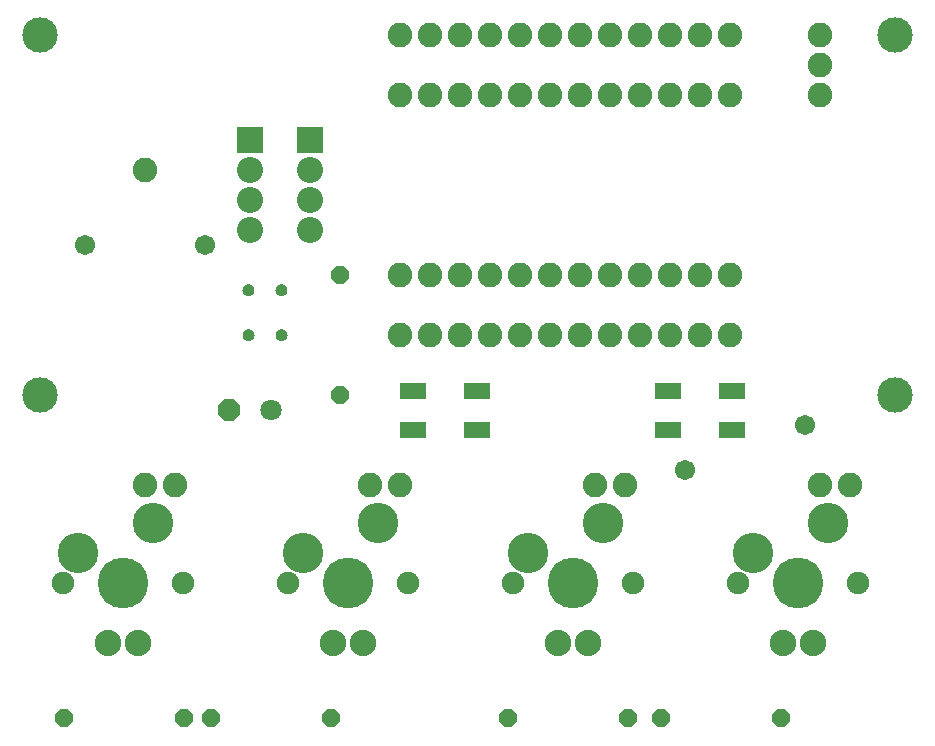
<source format=gbr>
G04 EAGLE Gerber RS-274X export*
G75*
%MOMM*%
%FSLAX34Y34*%
%LPD*%
%INSoldermask Top*%
%IPPOS*%
%AMOC8*
5,1,8,0,0,1.08239X$1,22.5*%
G01*
%ADD10P,1.649562X8X292.500000*%
%ADD11C,2.082800*%
%ADD12P,1.951982X8X202.500000*%
%ADD13C,1.803400*%
%ADD14R,2.203200X2.203200*%
%ADD15C,2.203200*%
%ADD16R,2.203200X1.453200*%
%ADD17C,4.292600*%
%ADD18C,1.910081*%
%ADD19C,2.235200*%
%ADD20C,3.429000*%
%ADD21P,1.649562X8X202.500000*%
%ADD22P,1.649562X8X22.500000*%
%ADD23C,3.003200*%
%ADD24C,1.703200*%

G36*
X560036Y756977D02*
X560036Y756977D01*
X560111Y756974D01*
X561087Y757076D01*
X561135Y757090D01*
X561225Y757106D01*
X562154Y757422D01*
X562198Y757447D01*
X562283Y757483D01*
X563118Y757997D01*
X563155Y758031D01*
X563230Y758085D01*
X563930Y758773D01*
X563959Y758814D01*
X564019Y758883D01*
X564548Y759710D01*
X564567Y759756D01*
X564611Y759837D01*
X564943Y760760D01*
X564951Y760810D01*
X564976Y760899D01*
X565094Y761873D01*
X565091Y761923D01*
X565095Y762009D01*
X565000Y763011D01*
X564986Y763060D01*
X564970Y763150D01*
X564654Y764106D01*
X564630Y764151D01*
X564595Y764235D01*
X564073Y765096D01*
X564040Y765134D01*
X563987Y765209D01*
X563287Y765933D01*
X563246Y765962D01*
X563177Y766023D01*
X562334Y766573D01*
X562288Y766593D01*
X562207Y766637D01*
X561263Y766985D01*
X561213Y766994D01*
X561125Y767019D01*
X560127Y767149D01*
X560084Y767147D01*
X559958Y767148D01*
X558947Y767009D01*
X558899Y766993D01*
X558809Y766974D01*
X557854Y766612D01*
X557811Y766586D01*
X557727Y766548D01*
X556877Y765983D01*
X556840Y765948D01*
X556768Y765891D01*
X556064Y765152D01*
X556036Y765109D01*
X555978Y765038D01*
X555457Y764160D01*
X555439Y764113D01*
X555398Y764031D01*
X555085Y763059D01*
X555078Y763009D01*
X555057Y762920D01*
X554968Y761902D01*
X554973Y761852D01*
X554972Y761761D01*
X555103Y760797D01*
X555119Y760749D01*
X555138Y760660D01*
X555480Y759749D01*
X555506Y759706D01*
X555545Y759623D01*
X556082Y758811D01*
X556117Y758775D01*
X556173Y758702D01*
X556877Y758030D01*
X556919Y758003D01*
X556990Y757944D01*
X557826Y757446D01*
X557873Y757428D01*
X557955Y757388D01*
X558881Y757088D01*
X558931Y757081D01*
X559020Y757059D01*
X559989Y756973D01*
X560036Y756977D01*
G37*
G36*
X532045Y756977D02*
X532045Y756977D01*
X532120Y756974D01*
X533096Y757076D01*
X533144Y757090D01*
X533234Y757106D01*
X534163Y757422D01*
X534207Y757447D01*
X534292Y757483D01*
X535127Y757997D01*
X535164Y758031D01*
X535239Y758085D01*
X535939Y758773D01*
X535968Y758814D01*
X536028Y758883D01*
X536557Y759710D01*
X536576Y759756D01*
X536620Y759837D01*
X536952Y760760D01*
X536960Y760810D01*
X536985Y760899D01*
X537103Y761873D01*
X537100Y761923D01*
X537104Y762009D01*
X537009Y763011D01*
X536995Y763060D01*
X536979Y763150D01*
X536663Y764106D01*
X536639Y764151D01*
X536604Y764235D01*
X536082Y765096D01*
X536049Y765134D01*
X535996Y765209D01*
X535296Y765933D01*
X535255Y765962D01*
X535186Y766023D01*
X534343Y766573D01*
X534297Y766593D01*
X534216Y766637D01*
X533272Y766985D01*
X533222Y766994D01*
X533134Y767019D01*
X532136Y767149D01*
X532093Y767147D01*
X531967Y767148D01*
X530956Y767009D01*
X530908Y766993D01*
X530818Y766974D01*
X529863Y766612D01*
X529820Y766586D01*
X529736Y766548D01*
X528886Y765983D01*
X528849Y765948D01*
X528777Y765891D01*
X528073Y765152D01*
X528045Y765109D01*
X527987Y765038D01*
X527466Y764160D01*
X527448Y764113D01*
X527407Y764031D01*
X527094Y763059D01*
X527087Y763009D01*
X527066Y762920D01*
X526977Y761902D01*
X526982Y761852D01*
X526981Y761761D01*
X527112Y760797D01*
X527128Y760749D01*
X527147Y760660D01*
X527489Y759749D01*
X527515Y759706D01*
X527554Y759623D01*
X528091Y758811D01*
X528126Y758775D01*
X528182Y758702D01*
X528886Y758030D01*
X528928Y758003D01*
X528999Y757944D01*
X529835Y757446D01*
X529882Y757428D01*
X529964Y757388D01*
X530890Y757088D01*
X530940Y757081D01*
X531029Y757059D01*
X531998Y756973D01*
X532045Y756977D01*
G37*
G36*
X532116Y718753D02*
X532116Y718753D01*
X532242Y718752D01*
X533253Y718891D01*
X533301Y718907D01*
X533391Y718926D01*
X534346Y719288D01*
X534389Y719314D01*
X534473Y719353D01*
X535323Y719917D01*
X535360Y719952D01*
X535432Y720009D01*
X536136Y720749D01*
X536164Y720791D01*
X536222Y720862D01*
X536743Y721740D01*
X536761Y721787D01*
X536802Y721869D01*
X537115Y722841D01*
X537122Y722891D01*
X537143Y722980D01*
X537232Y723998D01*
X537227Y724048D01*
X537228Y724139D01*
X537097Y725103D01*
X537081Y725151D01*
X537062Y725240D01*
X536720Y726151D01*
X536694Y726194D01*
X536655Y726278D01*
X536118Y727089D01*
X536083Y727125D01*
X536027Y727198D01*
X535323Y727870D01*
X535281Y727898D01*
X535210Y727956D01*
X534375Y728454D01*
X534327Y728472D01*
X534245Y728512D01*
X533320Y728812D01*
X533269Y728819D01*
X533180Y728841D01*
X532211Y728927D01*
X532164Y728923D01*
X532089Y728926D01*
X531113Y728824D01*
X531065Y728810D01*
X530975Y728794D01*
X530046Y728478D01*
X530002Y728454D01*
X529917Y728417D01*
X529082Y727903D01*
X529045Y727869D01*
X528970Y727815D01*
X528271Y727127D01*
X528241Y727086D01*
X528181Y727017D01*
X527652Y726190D01*
X527633Y726144D01*
X527589Y726063D01*
X527257Y725140D01*
X527249Y725090D01*
X527224Y725001D01*
X527106Y724027D01*
X527109Y723977D01*
X527105Y723891D01*
X527200Y722889D01*
X527214Y722840D01*
X527230Y722750D01*
X527546Y721794D01*
X527570Y721749D01*
X527606Y721665D01*
X528127Y720804D01*
X528160Y720766D01*
X528213Y720691D01*
X528913Y719967D01*
X528954Y719938D01*
X529023Y719877D01*
X529866Y719327D01*
X529912Y719307D01*
X529993Y719263D01*
X530937Y718915D01*
X530987Y718906D01*
X531075Y718881D01*
X532073Y718751D01*
X532116Y718753D01*
G37*
G36*
X560107Y718753D02*
X560107Y718753D01*
X560233Y718752D01*
X561244Y718891D01*
X561292Y718907D01*
X561382Y718926D01*
X562337Y719288D01*
X562380Y719314D01*
X562464Y719353D01*
X563314Y719917D01*
X563351Y719952D01*
X563423Y720009D01*
X564127Y720749D01*
X564155Y720791D01*
X564213Y720862D01*
X564734Y721740D01*
X564752Y721787D01*
X564793Y721869D01*
X565106Y722841D01*
X565113Y722891D01*
X565134Y722980D01*
X565223Y723998D01*
X565218Y724048D01*
X565219Y724139D01*
X565088Y725103D01*
X565072Y725151D01*
X565053Y725240D01*
X564711Y726151D01*
X564685Y726194D01*
X564646Y726278D01*
X564109Y727089D01*
X564074Y727125D01*
X564018Y727198D01*
X563314Y727870D01*
X563272Y727898D01*
X563201Y727956D01*
X562366Y728454D01*
X562318Y728472D01*
X562236Y728512D01*
X561311Y728812D01*
X561260Y728819D01*
X561171Y728841D01*
X560202Y728927D01*
X560155Y728923D01*
X560080Y728926D01*
X559104Y728824D01*
X559056Y728810D01*
X558966Y728794D01*
X558037Y728478D01*
X557993Y728454D01*
X557908Y728417D01*
X557073Y727903D01*
X557036Y727869D01*
X556961Y727815D01*
X556262Y727127D01*
X556232Y727086D01*
X556172Y727017D01*
X555643Y726190D01*
X555624Y726144D01*
X555580Y726063D01*
X555248Y725140D01*
X555240Y725090D01*
X555215Y725001D01*
X555097Y724027D01*
X555100Y723977D01*
X555096Y723891D01*
X555191Y722889D01*
X555205Y722840D01*
X555221Y722750D01*
X555537Y721794D01*
X555561Y721749D01*
X555597Y721665D01*
X556118Y720804D01*
X556151Y720766D01*
X556204Y720691D01*
X556904Y719967D01*
X556945Y719938D01*
X557014Y719877D01*
X557857Y719327D01*
X557903Y719307D01*
X557984Y719263D01*
X558928Y718915D01*
X558978Y718906D01*
X559066Y718881D01*
X560064Y718751D01*
X560107Y718753D01*
G37*
D10*
X609600Y774700D03*
X609600Y673100D03*
D11*
X939800Y927100D03*
X914400Y927100D03*
X889000Y927100D03*
X863600Y927100D03*
X838200Y927100D03*
X812800Y927100D03*
X787400Y927100D03*
X762000Y927100D03*
X736600Y927100D03*
X711200Y927100D03*
X685800Y927100D03*
X660400Y927100D03*
X660400Y774700D03*
X685800Y774700D03*
X711200Y774700D03*
X736600Y774700D03*
X762000Y774700D03*
X787400Y774700D03*
X812800Y774700D03*
X838200Y774700D03*
X863600Y774700D03*
X889000Y774700D03*
X914400Y774700D03*
X939800Y774700D03*
D12*
X515620Y660400D03*
D13*
X551180Y660400D03*
D11*
X660400Y977900D03*
X685800Y977900D03*
X711200Y977900D03*
X736600Y977900D03*
X762000Y977900D03*
X787400Y977900D03*
X812800Y977900D03*
X838200Y977900D03*
X863600Y977900D03*
X889000Y977900D03*
X914400Y977900D03*
X939800Y977900D03*
X939800Y723900D03*
X914400Y723900D03*
X889000Y723900D03*
X863600Y723900D03*
X838200Y723900D03*
X812800Y723900D03*
X787400Y723900D03*
X762000Y723900D03*
X736600Y723900D03*
X711200Y723900D03*
X685800Y723900D03*
X660400Y723900D03*
D14*
X584200Y889000D03*
D15*
X584200Y863600D03*
X584200Y838200D03*
X584200Y812800D03*
D14*
X533400Y889000D03*
D15*
X533400Y863600D03*
X533400Y838200D03*
X533400Y812800D03*
D11*
X1016000Y977900D03*
X1016000Y952500D03*
X1016000Y927100D03*
X444500Y863600D03*
D16*
X725500Y643900D03*
X725500Y676900D03*
X671500Y643900D03*
X671500Y676900D03*
X941400Y643900D03*
X941400Y676900D03*
X887400Y643900D03*
X887400Y676900D03*
D17*
X425450Y514350D03*
D18*
X374650Y514350D03*
X476250Y514350D03*
D19*
X412750Y463550D03*
X438150Y463550D03*
D20*
X387350Y539750D03*
X450850Y565150D03*
D21*
X477520Y399288D03*
X375920Y399288D03*
D11*
X444500Y596900D03*
X469900Y596900D03*
D17*
X615950Y514350D03*
D18*
X565150Y514350D03*
X666750Y514350D03*
D19*
X603250Y463550D03*
X628650Y463550D03*
D20*
X577850Y539750D03*
X641350Y565150D03*
D22*
X500380Y399288D03*
X601980Y399288D03*
D11*
X635000Y596900D03*
X660400Y596900D03*
D17*
X806450Y514350D03*
D18*
X755650Y514350D03*
X857250Y514350D03*
D19*
X793750Y463550D03*
X819150Y463550D03*
D20*
X768350Y539750D03*
X831850Y565150D03*
D21*
X853440Y399288D03*
X751840Y399288D03*
D11*
X825500Y596900D03*
X850900Y596900D03*
D17*
X996950Y514350D03*
D18*
X946150Y514350D03*
X1047750Y514350D03*
D19*
X984250Y463550D03*
X1009650Y463550D03*
D20*
X958850Y539750D03*
X1022350Y565150D03*
D22*
X881380Y399288D03*
X982980Y399288D03*
D11*
X1016000Y596900D03*
X1041400Y596900D03*
D23*
X355600Y977900D03*
X1079500Y977900D03*
X1079500Y673100D03*
X355600Y673100D03*
D24*
X393700Y800100D03*
X495300Y800100D03*
X901700Y609600D03*
X1003300Y647700D03*
M02*

</source>
